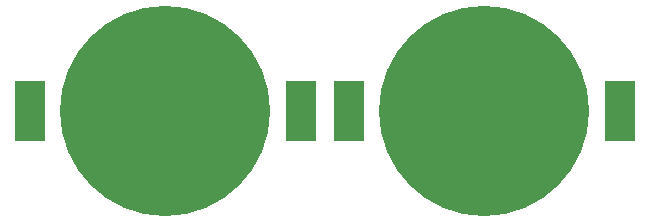
<source format=gbr>
%TF.GenerationSoftware,KiCad,Pcbnew,(5.1.12)-1*%
%TF.CreationDate,2021-12-21T10:33:20-05:00*%
%TF.ProjectId,stylophone,7374796c-6f70-4686-9f6e-652e6b696361,rev?*%
%TF.SameCoordinates,Original*%
%TF.FileFunction,Paste,Bot*%
%TF.FilePolarity,Positive*%
%FSLAX46Y46*%
G04 Gerber Fmt 4.6, Leading zero omitted, Abs format (unit mm)*
G04 Created by KiCad (PCBNEW (5.1.12)-1) date 2021-12-21 10:33:21*
%MOMM*%
%LPD*%
G01*
G04 APERTURE LIST*
%ADD10C,17.800000*%
%ADD11R,2.500000X5.100000*%
G04 APERTURE END LIST*
D10*
%TO.C,B2*%
X137000000Y-82000000D03*
D11*
X148450000Y-82000000D03*
X125550000Y-82000000D03*
%TD*%
D10*
%TO.C,B1*%
X110000000Y-82000000D03*
D11*
X121450000Y-82000000D03*
X98550000Y-82000000D03*
%TD*%
M02*

</source>
